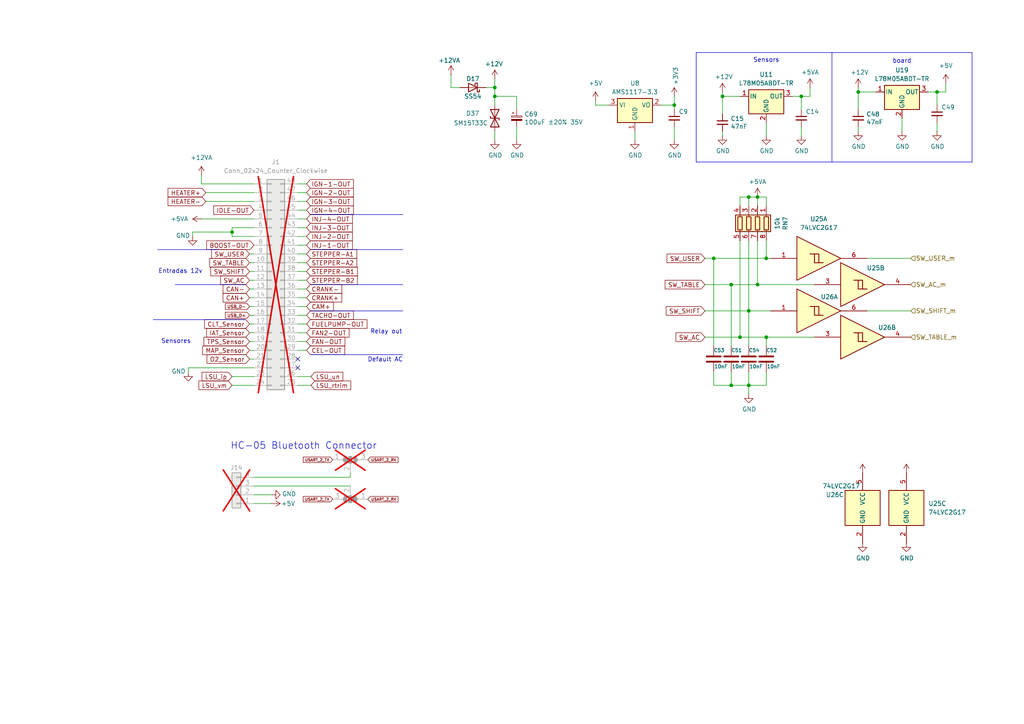
<source format=kicad_sch>
(kicad_sch (version 20241004) (generator "eeschema") (generator_version "8.99")
  (paper "A4")
  (title_block (title "μEFI (Speeduino FW compatible)") (date "2023-12-25") (rev "v6.1") (company "Churrosoft ®") (comment 1 "CERN-OHL-S-2.0 license"))
  (lib_symbols
    (symbol "+12VA_2" (power) (pin_numbers (hide yes)) (pin_names (offset 0) (hide yes))
      (property "Value" "+12VA" (at 0 3.556 0))
      (symbol "+12VA_2_1_1"
        (pin power_in line (at 0 0 90) (length 0) (name "~") (number "1"))
      )
    )
    (symbol "+5VA_2" (power) (pin_numbers (hide yes)) (pin_names (offset 0) (hide yes))
      (property "Value" "+5VA" (at 0 3.556 0))
      (symbol "+5VA_2_1_1"
        (pin power_in line (at 0 0 90) (length 0) (name "~") (number "1"))
      )
    )
    (symbol "+5V_1" (power) (pin_numbers (hide yes)) (pin_names (offset 0) (hide yes))
      (property "Value" "+5V" (at 0 3.556 0))
      (symbol "+5V_1_1_1"
        (pin power_in line (at 0 0 90) (length 0) (name "~") (number "1"))
      )
    )
    (symbol "+5V_2" (power) (pin_numbers (hide yes)) (pin_names (offset 0) (hide yes))
      (property "Value" "+5V" (at 0 3.556 0))
      (symbol "+5V_2_1_1"
        (pin power_in line (at 0 0 90) (length 0) (name "~") (number "1"))
      )
    )
    (symbol "74xGxx:74LVC2G17"
      (property "Reference" "U" (at -1.27 7.62 0))
      (property "Value" "74LVC2G17" (at 2.54 -7.62 0))
      (symbol "74LVC2G17_1_1"
        (pin input line (at -15.24 0 0) (length 7.62) (name "~") (number "1"))
        (pin output line (at 12.7 0 180) (length 7.62) (name "~") (number "6"))
      )
      (symbol "74LVC2G17_2_1"
        (pin input line (at -15.24 0 0) (length 7.62) (name "~") (number "3"))
        (pin output line (at 12.7 0 180) (length 7.62) (name "~") (number "4"))
      )
      (symbol "74LVC2G17_3_1"
        (pin power_in line (at 0 10.16 270) (length 5.08) (name "VCC") (number "5"))
        (pin power_in line (at 0 -10.16 90) (length 5.08) (name "GND") (number "2"))
      )
    )
    (symbol "Connector_Generic:Conn_01x04" (pin_names (offset 1.016) (hide yes))
      (property "Reference" "J" (at 0 5.08 0))
      (property "Value" "Conn_01x04" (at 0 -7.62 0))
      (symbol "Conn_01x04_1_1"
        (pin passive line (at -5.08 2.54 0) (length 3.81) (name "Pin_1") (number "1"))
        (pin passive line (at -5.08 0 0) (length 3.81) (name "Pin_2") (number "2"))
        (pin passive line (at -5.08 -2.54 0) (length 3.81) (name "Pin_3") (number "3"))
        (pin passive line (at -5.08 -5.08 0) (length 3.81) (name "Pin_4") (number "4"))
      )
    )
    (symbol "Connector_Generic:Conn_02x24_Counter_Clockwise" (pin_names (offset 1.016) (hide yes))
      (property "Reference" "J" (at 1.27 30.48 0))
      (property "Value" "Conn_02x24_Counter_Clockwise" (at 1.27 -33.02 0))
      (symbol "Conn_02x24_Counter_Clockwise_1_1"
        (pin passive line (at -5.08 27.94 0) (length 3.81) (name "Pin_1") (number "1"))
        (pin passive line (at -5.08 25.4 0) (length 3.81) (name "Pin_2") (number "2"))
        (pin passive line (at -5.08 22.86 0) (length 3.81) (name "Pin_3") (number "3"))
        (pin passive line (at -5.08 20.32 0) (length 3.81) (name "Pin_4") (number "4"))
        (pin passive line (at -5.08 17.78 0) (length 3.81) (name "Pin_5") (number "5"))
        (pin passive line (at -5.08 15.24 0) (length 3.81) (name "Pin_6") (number "6"))
        (pin passive line (at -5.08 12.7 0) (length 3.81) (name "Pin_7") (number "7"))
        (pin passive line (at -5.08 10.16 0) (length 3.81) (name "Pin_8") (number "8"))
        (pin passive line (at -5.08 7.62 0) (length 3.81) (name "Pin_9") (number "9"))
        (pin passive line (at -5.08 5.08 0) (length 3.81) (name "Pin_10") (number "10"))
        (pin passive line (at -5.08 2.54 0) (length 3.81) (name "Pin_11") (number "11"))
        (pin passive line (at -5.08 0 0) (length 3.81) (name "Pin_12") (number "12"))
        (pin passive line (at -5.08 -2.54 0) (length 3.81) (name "Pin_13") (number "13"))
        (pin passive line (at -5.08 -5.08 0) (length 3.81) (name "Pin_14") (number "14"))
        (pin passive line (at -5.08 -7.62 0) (length 3.81) (name "Pin_15") (number "15"))
        (pin passive line (at -5.08 -10.16 0) (length 3.81) (name "Pin_16") (number "16"))
        (pin passive line (at -5.08 -12.7 0) (length 3.81) (name "Pin_17") (number "17"))
        (pin passive line (at -5.08 -15.24 0) (length 3.81) (name "Pin_18") (number "18"))
        (pin passive line (at -5.08 -17.78 0) (length 3.81) (name "Pin_19") (number "19"))
        (pin passive line (at -5.08 -20.32 0) (length 3.81) (name "Pin_20") (number "20"))
        (pin passive line (at -5.08 -22.86 0) (length 3.81) (name "Pin_21") (number "21"))
        (pin passive line (at -5.08 -25.4 0) (length 3.81) (name "Pin_22") (number "22"))
        (pin passive line (at -5.08 -27.94 0) (length 3.81) (name "Pin_23") (number "23"))
        (pin passive line (at -5.08 -30.48 0) (length 3.81) (name "Pin_24") (number "24"))
        (pin passive line (at 7.62 27.94 180) (length 3.81) (name "Pin_48") (number "48"))
        (pin passive line (at 7.62 25.4 180) (length 3.81) (name "Pin_47") (number "47"))
        (pin passive line (at 7.62 22.86 180) (length 3.81) (name "Pin_46") (number "46"))
        (pin passive line (at 7.62 20.32 180) (length 3.81) (name "Pin_45") (number "45"))
        (pin passive line (at 7.62 17.78 180) (length 3.81) (name "Pin_44") (number "44"))
        (pin passive line (at 7.62 15.24 180) (length 3.81) (name "Pin_43") (number "43"))
        (pin passive line (at 7.62 12.7 180) (length 3.81) (name "Pin_42") (number "42"))
        (pin passive line (at 7.62 10.16 180) (length 3.81) (name "Pin_41") (number "41"))
        (pin passive line (at 7.62 7.62 180) (length 3.81) (name "Pin_40") (number "40"))
        (pin passive line (at 7.62 5.08 180) (length 3.81) (name "Pin_39") (number "39"))
        (pin passive line (at 7.62 2.54 180) (length 3.81) (name "Pin_38") (number "38"))
        (pin passive line (at 7.62 0 180) (length 3.81) (name "Pin_37") (number "37"))
        (pin passive line (at 7.62 -2.54 180) (length 3.81) (name "Pin_36") (number "36"))
        (pin passive line (at 7.62 -5.08 180) (length 3.81) (name "Pin_35") (number "35"))
        (pin passive line (at 7.62 -7.62 180) (length 3.81) (name "Pin_34") (number "34"))
        (pin passive line (at 7.62 -10.16 180) (length 3.81) (name "Pin_33") (number "33"))
        (pin passive line (at 7.62 -12.7 180) (length 3.81) (name "Pin_32") (number "32"))
        (pin passive line (at 7.62 -15.24 180) (length 3.81) (name "Pin_31") (number "31"))
        (pin passive line (at 7.62 -17.78 180) (length 3.81) (name "Pin_30") (number "30"))
        (pin passive line (at 7.62 -20.32 180) (length 3.81) (name "Pin_29") (number "29"))
        (pin passive line (at 7.62 -22.86 180) (length 3.81) (name "Pin_28") (number "28"))
        (pin passive line (at 7.62 -25.4 180) (length 3.81) (name "Pin_27") (number "27"))
        (pin passive line (at 7.62 -27.94 180) (length 3.81) (name "Pin_26") (number "26"))
        (pin passive line (at 7.62 -30.48 180) (length 3.81) (name "Pin_25") (number "25"))
      )
    )
    (symbol "Device:C" (pin_numbers (hide yes)) (pin_names (offset 0.254))
      (property "Reference" "C" (at 0.635 2.54 0))
      (property "Value" "C" (at 0.635 -2.54 0))
      (symbol "C_1_1"
        (pin passive line (at 0 3.81 270) (length 2.794) (name "~") (number "1"))
        (pin passive line (at 0 -3.81 90) (length 2.794) (name "~") (number "2"))
      )
    )
    (symbol "Device:C_Polarized_Small" (pin_numbers (hide yes)) (pin_names (offset 0.254) (hide yes))
      (property "Reference" "C" (at 0.254 1.778 0))
      (property "Value" "C_Polarized_Small" (at 0.254 -2.032 0))
      (symbol "C_Polarized_Small_1_1"
        (pin passive line (at 0 2.54 270) (length 1.8542) (name "~") (number "1"))
        (pin passive line (at 0 -2.54 90) (length 1.8542) (name "~") (number "2"))
      )
    )
    (symbol "Device:C_Small" (pin_numbers (hide yes)) (pin_names (offset 0.254) (hide yes))
      (property "Reference" "C" (at 0.254 1.778 0))
      (property "Value" "C_Small" (at 0.254 -2.032 0))
      (symbol "C_Small_1_1"
        (pin passive line (at 0 2.54 270) (length 2.032) (name "~") (number "1"))
        (pin passive line (at 0 -2.54 90) (length 2.032) (name "~") (number "2"))
      )
    )
    (symbol "Device:D_TVS" (pin_numbers (hide yes)) (pin_names (offset 1.016) (hide yes))
      (property "Reference" "D" (at 0 2.54 0))
      (property "Value" "D_TVS" (at 0 -2.54 0))
      (symbol "D_TVS_1_1"
        (pin passive line (at -3.81 0 0) (length 2.54) (name "A1") (number "1"))
        (pin passive line (at 3.81 0 180) (length 2.54) (name "A2") (number "2"))
      )
    )
    (symbol "Device:R_Pack04" (pin_names (offset 0) (hide yes))
      (property "Reference" "RN" (at -7.62 0 90))
      (property "Value" "R_Pack04" (at 5.08 0 90))
      (symbol "R_Pack04_1_1"
        (pin passive line (at -5.08 5.08 270) (length 2.54) (name "R1.2") (number "8"))
        (pin passive line (at -5.08 -5.08 90) (length 2.54) (name "R1.1") (number "1"))
        (pin passive line (at -2.54 5.08 270) (length 2.54) (name "R2.2") (number "7"))
        (pin passive line (at -2.54 -5.08 90) (length 2.54) (name "R2.1") (number "2"))
        (pin passive line (at 0 5.08 270) (length 2.54) (name "R3.2") (number "6"))
        (pin passive line (at 0 -5.08 90) (length 2.54) (name "R3.1") (number "3"))
        (pin passive line (at 2.54 5.08 270) (length 2.54) (name "R4.2") (number "5"))
        (pin passive line (at 2.54 -5.08 90) (length 2.54) (name "R4.1") (number "4"))
      )
    )
    (symbol "Diode:B340" (pin_numbers (hide yes)) (pin_names (offset 1.016) (hide yes))
      (property "Reference" "D" (at 0 2.54 0))
      (property "Value" "B340" (at 0 -2.54 0))
      (symbol "B340_1_1"
        (pin passive line (at -3.81 0 0) (length 2.54) (name "K") (number "1"))
        (pin passive line (at 3.81 0 180) (length 2.54) (name "A") (number "2"))
      )
    )
    (symbol "GND_1" (power) (pin_numbers (hide yes)) (pin_names (offset 0) (hide yes))
      (property "Value" "GND" (at 0 -3.81 0))
      (symbol "GND_1_1_1"
        (pin power_in line (at 0 0 270) (length 0) (name "~") (number "1"))
      )
    )
    (symbol "Jumper:SolderJumper_3_Bridged12" (pin_names (offset 0) (hide yes))
      (property "Reference" "JP" (at -2.54 -2.54 0))
      (property "Value" "SolderJumper_3_Bridged12" (at 0 2.794 0))
      (symbol "SolderJumper_3_Bridged12_1_1"
        (pin passive line (at -5.08 0 0) (length 2.54) (name "A") (number "1"))
        (pin passive line (at 0 -3.81 90) (length 2.54) (name "C") (number "2"))
        (pin passive line (at 5.08 0 180) (length 2.54) (name "B") (number "3"))
      )
    )
    (symbol "Regulator_Linear:AMS1117-3.3"
      (property "Reference" "U" (at -3.81 3.175 0))
      (property "Value" "AMS1117-3.3" (at 0 3.175 0))
      (symbol "AMS1117-3.3_1_1"
        (pin power_in line (at -7.62 0 0) (length 2.54) (name "VI") (number "3"))
        (pin power_in line (at 0 -7.62 90) (length 2.54) (name "GND") (number "1"))
        (pin power_out line (at 7.62 0 180) (length 2.54) (name "VO") (number "2"))
      )
    )
    (symbol "Regulator_Linear:L7805" (pin_names (offset 0.254))
      (property "Reference" "U" (at -3.81 3.175 0))
      (property "Value" "L7805" (at 0 3.175 0))
      (symbol "L7805_1_1"
        (pin power_in line (at -7.62 0 0) (length 2.54) (name "IN") (number "1"))
        (pin power_in line (at 0 -7.62 90) (length 2.54) (name "GND") (number "2"))
        (pin power_out line (at 7.62 0 180) (length 2.54) (name "OUT") (number "3"))
      )
    )
    (symbol "SolderJumper_3_Bridged12_1" (pin_names (offset 0) (hide yes))
      (property "Reference" "JP" (at -2.54 -2.54 0))
      (property "Value" "SolderJumper_3_Bridged12" (at 0 2.794 0))
      (symbol "SolderJumper_3_Bridged12_1_1_1"
        (pin passive line (at -5.08 0 0) (length 2.54) (name "A") (number "1"))
        (pin passive line (at 0 -3.81 90) (length 2.54) (name "C") (number "2"))
        (pin passive line (at 5.08 0 180) (length 2.54) (name "B") (number "3"))
      )
    )
    (symbol "power:+12V" (power) (pin_numbers (hide yes)) (pin_names (offset 0) (hide yes))
      (property "Value" "+12V" (at 0 3.556 0))
      (symbol "+12V_1_1"
        (pin power_in line (at 0 0 90) (length 0) (name "~") (number "1"))
      )
    )
    (symbol "power:+12VA" (power) (pin_numbers (hide yes)) (pin_names (offset 0) (hide yes))
      (property "Value" "+12VA" (at 0 3.556 0))
      (symbol "+12VA_1_1"
        (pin power_in line (at 0 0 90) (length 0) (name "~") (number "1"))
      )
    )
    (symbol "power:+3V3" (power) (pin_numbers (hide yes)) (pin_names (offset 0) (hide yes))
      (property "Value" "+3V3" (at 0 3.556 0))
      (symbol "+3V3_1_1"
        (pin power_in line (at 0 0 90) (length 0) (name "~") (number "1"))
      )
    )
    (symbol "power:+5V" (power) (pin_numbers (hide yes)) (pin_names (offset 0) (hide yes))
      (property "Value" "+5V" (at 0 3.556 0))
      (symbol "+5V_1_1"
        (pin power_in line (at 0 0 90) (length 0) (name "~") (number "1"))
      )
    )
    (symbol "power:+5VA" (power) (pin_numbers (hide yes)) (pin_names (offset 0) (hide yes))
      (property "Value" "+5VA" (at 0 3.556 0))
      (symbol "+5VA_1_1"
        (pin power_in line (at 0 0 90) (length 0) (name "~") (number "1"))
      )
    )
    (symbol "power:GND" (power) (pin_numbers (hide yes)) (pin_names (offset 0) (hide yes))
      (property "Value" "GND" (at 0 -3.81 0))
      (symbol "GND_1_1"
        (pin power_in line (at 0 0 270) (length 0) (name "~") (number "1"))
      )
    )
  )
  (text "Sensors" (at 222.25 17.526 0) (effects (font (size 1.27 1.27))))
  (text "HC-05 Bluetooth Connector" (at 66.802 130.556 0) (effects (font (size 1.9812 1.9812)) (justify left bottom)))
  (text "Relay out" (at 112.014 96.266 0) (effects (font (size 1.27 1.27))))
  (text "Sensores" (at 51.054 99.06 0) (effects (font (size 1.27 1.27))))
  (text "Default AC" (at 111.76 104.394 0) (effects (font (size 1.27 1.27))))
  (text "Entradas 12v" (at 52.324 78.74 0) (effects (font (size 1.27 1.27))))
  (text "board" (at 261.62 17.78 0) (effects (font (size 1.27 1.27))))
  (junction (at 212.09 111.76))
  (junction (at 195.58 30.48))
  (junction (at 248.92 26.67))
  (junction (at 214.63 97.79))
  (junction (at 219.71 57.15))
  (junction (at 219.71 82.55))
  (junction (at 209.55 27.94))
  (junction (at 222.25 74.93))
  (junction (at 217.17 90.17))
  (junction (at 143.51 27.94))
  (junction (at 271.78 26.67))
  (junction (at 217.17 111.76))
  (junction (at 207.01 74.93))
  (junction (at 232.41 27.94))
  (junction (at 143.51 25.4))
  (junction (at 222.25 97.79))
  (junction (at 212.09 82.55))
  (junction (at 67.31 67.31))
  (junction (at 217.17 57.15))
  (no_connect (at 86.36 106.68))
  (no_connect (at 86.36 104.14))
  (wire (pts (xy 264.16 90.17) (xy 251.46 90.17)))
  (wire (pts (xy 232.41 27.94) (xy 234.95 27.94)))
  (wire (pts (xy 248.92 26.67) (xy 254 26.67)))
  (wire (pts (xy 222.25 57.15) (xy 222.25 59.69)))
  (wire (pts (xy 88.9 83.82) (xy 86.36 83.82)))
  (wire (pts (xy 143.51 27.94) (xy 143.51 30.48)))
  (wire (pts (xy 88.9 88.9) (xy 86.36 88.9)))
  (wire (pts (xy 184.15 38.1) (xy 184.15 40.64)))
  (wire (pts (xy 217.17 57.15) (xy 217.17 59.69)))
  (wire (pts (xy 232.41 27.94) (xy 232.41 31.75)))
  (wire (pts (xy 219.71 57.15) (xy 222.25 57.15)))
  (wire (pts (xy 204.47 74.93) (xy 207.01 74.93)))
  (wire (pts (xy 143.51 22.86) (xy 143.51 25.4)))
  (polyline (pts (xy 116.84 102.87) (xy 90.17 102.87)))
  (polyline (pts (xy 116.84 90.17) (xy 90.17 90.17)))
  (wire (pts (xy 207.01 74.93) (xy 207.01 100.33)))
  (wire (pts (xy 149.86 36.83) (xy 149.86 40.64)))
  (wire (pts (xy 72.39 81.28) (xy 73.66 81.28)))
  (wire (pts (xy 72.39 88.9) (xy 73.66 88.9)))
  (wire (pts (xy 88.9 76.2) (xy 86.36 76.2)))
  (polyline (pts (xy 281.94 46.99) (xy 281.94 15.24)))
  (wire (pts (xy 78.74 143.51) (xy 73.66 143.51)))
  (wire (pts (xy 67.31 66.04) (xy 67.31 67.31)))
  (wire (pts (xy 219.71 69.85) (xy 219.71 82.55)))
  (wire (pts (xy 217.17 114.3) (xy 217.17 111.76)))
  (wire (pts (xy 207.01 107.95) (xy 207.01 111.76)))
  (polyline (pts (xy 241.3 46.99) (xy 281.94 46.99)))
  (wire (pts (xy 234.95 25.4) (xy 234.95 27.94)))
  (wire (pts (xy 261.62 34.29) (xy 261.62 38.1)))
  (wire (pts (xy 214.63 57.15) (xy 217.17 57.15)))
  (wire (pts (xy 130.81 21.59) (xy 130.81 25.4)))
  (wire (pts (xy 212.09 82.55) (xy 219.71 82.55)))
  (wire (pts (xy 217.17 69.85) (xy 217.17 90.17)))
  (wire (pts (xy 195.58 31.75) (xy 195.58 30.48)))
  (wire (pts (xy 88.9 58.42) (xy 86.36 58.42)))
  (wire (pts (xy 217.17 90.17) (xy 223.52 90.17)))
  (wire (pts (xy 72.39 93.98) (xy 73.66 93.98)))
  (wire (pts (xy 212.09 82.55) (xy 212.09 100.33)))
  (wire (pts (xy 248.92 36.83) (xy 248.92 38.1)))
  (wire (pts (xy 214.63 69.85) (xy 214.63 97.79)))
  (wire (pts (xy 72.39 73.66) (xy 73.66 73.66)))
  (wire (pts (xy 172.72 29.21) (xy 172.72 30.48)))
  (wire (pts (xy 232.41 36.83) (xy 232.41 39.37)))
  (wire (pts (xy 222.25 35.56) (xy 222.25 39.37)))
  (wire (pts (xy 88.9 91.44) (xy 86.36 91.44)))
  (wire (pts (xy 72.39 96.52) (xy 73.66 96.52)))
  (wire (pts (xy 88.9 99.06) (xy 86.36 99.06)))
  (wire (pts (xy 73.66 138.43) (xy 101.6 138.43)))
  (wire (pts (xy 222.25 74.93) (xy 223.52 74.93)))
  (wire (pts (xy 143.51 25.4) (xy 143.51 27.94)))
  (wire (pts (xy 72.39 78.74) (xy 73.66 78.74)))
  (wire (pts (xy 88.9 73.66) (xy 86.36 73.66)))
  (wire (pts (xy 217.17 57.15) (xy 219.71 57.15)))
  (wire (pts (xy 271.78 26.67) (xy 274.32 26.67)))
  (polyline (pts (xy 45.72 72.39) (xy 54.61 72.39)))
  (wire (pts (xy 55.88 68.58) (xy 55.88 67.31)))
  (wire (pts (xy 149.86 27.94) (xy 143.51 27.94)))
  (wire (pts (xy 229.87 27.94) (xy 232.41 27.94)))
  (wire (pts (xy 88.9 78.74) (xy 86.36 78.74)))
  (wire (pts (xy 207.01 111.76) (xy 212.09 111.76)))
  (wire (pts (xy 86.36 96.52) (xy 88.9 96.52)))
  (wire (pts (xy 59.69 55.88) (xy 73.66 55.88)))
  (wire (pts (xy 67.31 67.31) (xy 67.31 68.58)))
  (polyline (pts (xy 201.93 15.24) (xy 201.93 46.99)))
  (polyline (pts (xy 116.84 62.23) (xy 90.17 62.23)))
  (wire (pts (xy 195.58 27.94) (xy 195.58 30.48)))
  (wire (pts (xy 130.81 25.4) (xy 133.35 25.4)))
  (wire (pts (xy 72.39 101.6) (xy 73.66 101.6)))
  (wire (pts (xy 88.9 101.6) (xy 86.36 101.6)))
  (wire (pts (xy 88.9 71.12) (xy 86.36 71.12)))
  (wire (pts (xy 214.63 97.79) (xy 222.25 97.79)))
  (polyline (pts (xy 50.8 82.55) (xy 59.69 82.55)))
  (wire (pts (xy 195.58 36.83) (xy 195.58 40.64)))
  (wire (pts (xy 149.86 31.75) (xy 149.86 27.94)))
  (wire (pts (xy 88.9 63.5) (xy 86.36 63.5)))
  (wire (pts (xy 195.58 30.48) (xy 191.77 30.48)))
  (wire (pts (xy 54.61 107.95) (xy 54.61 106.68)))
  (wire (pts (xy 59.69 58.42) (xy 73.66 58.42)))
  (polyline (pts (xy 116.84 82.55) (xy 90.17 82.55)))
  (polyline (pts (xy 281.94 15.24) (xy 201.93 15.24)))
  (wire (pts (xy 88.9 55.88) (xy 86.36 55.88)))
  (wire (pts (xy 212.09 107.95) (xy 212.09 111.76)))
  (wire (pts (xy 209.55 27.94) (xy 209.55 33.02)))
  (polyline (pts (xy 71.12 92.71) (xy 44.45 92.71)))
  (wire (pts (xy 72.39 91.44) (xy 73.66 91.44)))
  (wire (pts (xy 274.32 24.13) (xy 274.32 26.67)))
  (wire (pts (xy 88.9 68.58) (xy 86.36 68.58)))
  (wire (pts (xy 72.39 76.2) (xy 73.66 76.2)))
  (wire (pts (xy 212.09 111.76) (xy 217.17 111.76)))
  (wire (pts (xy 55.88 67.31) (xy 67.31 67.31)))
  (wire (pts (xy 88.9 93.98) (xy 86.36 93.98)))
  (wire (pts (xy 101.6 137.16) (xy 101.6 138.43)))
  (wire (pts (xy 264.16 74.93) (xy 251.46 74.93)))
  (wire (pts (xy 217.17 107.95) (xy 217.17 111.76)))
  (wire (pts (xy 219.71 59.69) (xy 219.71 57.15)))
  (wire (pts (xy 78.74 146.05) (xy 73.66 146.05)))
  (wire (pts (xy 88.9 81.28) (xy 86.36 81.28)))
  (wire (pts (xy 222.25 69.85) (xy 222.25 74.93)))
  (wire (pts (xy 271.78 35.56) (xy 271.78 38.1)))
  (polyline (pts (xy 54.61 72.39) (xy 63.5 72.39)))
  (wire (pts (xy 172.72 30.48) (xy 176.53 30.48)))
  (wire (pts (xy 222.25 97.79) (xy 236.22 97.79)))
  (wire (pts (xy 219.71 82.55) (xy 236.22 82.55)))
  (wire (pts (xy 143.51 40.64) (xy 143.51 38.1)))
  (wire (pts (xy 269.24 26.67) (xy 271.78 26.67)))
  (wire (pts (xy 140.97 25.4) (xy 143.51 25.4)))
  (wire (pts (xy 209.55 26.67) (xy 209.55 27.94)))
  (wire (pts (xy 248.92 25.4) (xy 248.92 26.67)))
  (wire (pts (xy 67.31 68.58) (xy 73.66 68.58)))
  (wire (pts (xy 204.47 90.17) (xy 217.17 90.17)))
  (wire (pts (xy 88.9 60.96) (xy 86.36 60.96)))
  (wire (pts (xy 72.39 83.82) (xy 73.66 83.82)))
  (wire (pts (xy 214.63 59.69) (xy 214.63 57.15)))
  (wire (pts (xy 248.92 26.67) (xy 248.92 31.75)))
  (wire (pts (xy 204.47 82.55) (xy 212.09 82.55)))
  (wire (pts (xy 58.42 53.34) (xy 73.66 53.34)))
  (wire (pts (xy 90.17 109.22) (xy 86.36 109.22)))
  (wire (pts (xy 217.17 90.17) (xy 217.17 100.33)))
  (wire (pts (xy 72.39 86.36) (xy 73.66 86.36)))
  (wire (pts (xy 207.01 74.93) (xy 222.25 74.93)))
  (wire (pts (xy 54.61 106.68) (xy 73.66 106.68)))
  (wire (pts (xy 204.47 97.79) (xy 214.63 97.79)))
  (wire (pts (xy 88.9 86.36) (xy 86.36 86.36)))
  (wire (pts (xy 217.17 111.76) (xy 222.25 111.76)))
  (wire (pts (xy 222.25 111.76) (xy 222.25 107.95)))
  (wire (pts (xy 72.39 104.14) (xy 73.66 104.14)))
  (wire (pts (xy 58.42 63.5) (xy 73.66 63.5)))
  (wire (pts (xy 73.66 66.04) (xy 67.31 66.04)))
  (wire (pts (xy 67.31 109.22) (xy 73.66 109.22)))
  (wire (pts (xy 222.25 97.79) (xy 222.25 100.33)))
  (polyline (pts (xy 59.69 82.55) (xy 71.12 82.55)))
  (polyline (pts (xy 241.3 15.24) (xy 241.3 46.99)))
  (wire (pts (xy 67.31 111.76) (xy 73.66 111.76)))
  (wire (pts (xy 72.39 99.06) (xy 73.66 99.06)))
  (wire (pts (xy 88.9 66.04) (xy 86.36 66.04)))
  (wire (pts (xy 209.55 38.1) (xy 209.55 39.37)))
  (wire (pts (xy 271.78 26.67) (xy 271.78 30.48)))
  (wire (pts (xy 58.42 50.8) (xy 58.42 53.34)))
  (polyline (pts (xy 201.93 46.99) (xy 241.3 46.99)))
  (wire (pts (xy 88.9 53.34) (xy 86.36 53.34)))
  (wire (pts (xy 73.66 140.97) (xy 101.6 140.97)))
  (wire (pts (xy 90.17 111.76) (xy 86.36 111.76)))
  (wire (pts (xy 209.55 27.94) (xy 214.63 27.94)))
  (polyline (pts (xy 116.84 72.39) (xy 90.17 72.39)))
  (global_label "USB_D+" (shape input) (at 72.39 91.44 180) (effects (font (size 0.889 0.889))) (property "Intersheetrefs" "${INTERSHEET_REFS}" (effects (hide yes))))
  (global_label "USART_2_TX" (shape input) (at 96.52 133.35 180) (effects (font (size 0.8 0.8))) (property "Intersheetrefs" "${INTERSHEET_REFS}" (effects (hide yes))))
  (global_label "HEATER+" (shape input) (at 59.69 55.88 180) (property "Intersheetrefs" "${INTERSHEET_REFS}" (effects (hide yes))))
  (global_label "CEL-OUT" (shape input) (at 88.9 101.6 0) (property "Intersheetrefs" "${INTERSHEET_REFS}" (effects (hide yes))))
  (global_label "SW_AC" (shape input) (at 72.39 81.28 180) (property "Intersheetrefs" "${INTERSHEET_REFS}" (effects (hide yes))))
  (global_label "INJ-2-OUT" (shape input) (at 88.9 68.58 0) (property "Intersheetrefs" "${INTERSHEET_REFS}" (effects (hide yes))))
  (global_label "MAP_Sensor" (shape input) (at 72.39 101.6 180) (property "Intersheetrefs" "${INTERSHEET_REFS}" (effects (hide yes))))
  (global_label "SW_TABLE" (shape input) (at 72.39 76.2 180) (property "Intersheetrefs" "${INTERSHEET_REFS}" (effects (hide yes))))
  (global_label "SW_TABLE" (shape input) (at 204.47 82.55 180) (property "Intersheetrefs" "${INTERSHEET_REFS}" (effects (hide yes))))
  (global_label "STEPPER-A1" (shape input) (at 88.9 73.66 0) (property "Intersheetrefs" "${INTERSHEET_REFS}" (effects (hide yes))))
  (global_label "LSU_rtrim" (shape input) (at 90.17 111.76 0) (property "Intersheetrefs" "${INTERSHEET_REFS}" (effects (hide yes))))
  (global_label "SW_AC" (shape input) (at 204.47 97.79 180) (property "Intersheetrefs" "${INTERSHEET_REFS}" (effects (hide yes))))
  (global_label "CAN+" (shape input) (at 72.39 86.36 180) (property "Intersheetrefs" "${INTERSHEET_REFS}" (effects (hide yes))))
  (global_label "USART_2_RX" (shape input) (at 106.68 133.35 0) (effects (font (size 0.8 0.8))) (property "Intersheetrefs" "${INTERSHEET_REFS}" (effects (hide yes))))
  (global_label "IGN-1-OUT" (shape input) (at 88.9 53.34 0) (property "Intersheetrefs" "${INTERSHEET_REFS}" (effects (hide yes))))
  (global_label "SW_SHIFT" (shape input) (at 72.39 78.74 180) (property "Intersheetrefs" "${INTERSHEET_REFS}" (effects (hide yes))))
  (global_label "CAN-" (shape input) (at 72.39 83.82 180) (property "Intersheetrefs" "${INTERSHEET_REFS}" (effects (hide yes))))
  (global_label "SW_SHIFT" (shape input) (at 204.47 90.17 180) (property "Intersheetrefs" "${INTERSHEET_REFS}" (effects (hide yes))))
  (global_label "LSU_un" (shape input) (at 90.17 109.22 0) (property "Intersheetrefs" "${INTERSHEET_REFS}" (effects (hide yes))))
  (global_label "USB_D-" (shape input) (at 72.39 88.9 180) (effects (font (size 0.889 0.889))) (property "Intersheetrefs" "${INTERSHEET_REFS}" (effects (hide yes))))
  (global_label "CRANK+" (shape input) (at 88.9 86.36 0) (property "Intersheetrefs" "${INTERSHEET_REFS}" (effects (hide yes))))
  (global_label "STEPPER-A2" (shape input) (at 88.9 76.2 0) (property "Intersheetrefs" "${INTERSHEET_REFS}" (effects (hide yes))))
  (global_label "FUELPUMP-OUT" (shape input) (at 88.9 93.98 0) (property "Intersheetrefs" "${INTERSHEET_REFS}" (effects (hide yes))))
  (global_label "CAM+" (shape input) (at 88.9 88.9 0) (property "Intersheetrefs" "${INTERSHEET_REFS}" (effects (hide yes))))
  (global_label "TACHO-OUT" (shape input) (at 88.9 91.44 0) (property "Intersheetrefs" "${INTERSHEET_REFS}" (effects (hide yes))))
  (global_label "IGN-4-OUT" (shape input) (at 88.9 60.96 0) (property "Intersheetrefs" "${INTERSHEET_REFS}" (effects (hide yes))))
  (global_label "USART_2_TX" (shape input) (at 96.52 144.78 180) (effects (font (size 0.8 0.8))) (property "Intersheetrefs" "${INTERSHEET_REFS}" (effects (hide yes))))
  (global_label "TPS_Sensor" (shape input) (at 72.39 99.06 180) (property "Intersheetrefs" "${INTERSHEET_REFS}" (effects (hide yes))))
  (global_label "INJ-3-OUT" (shape input) (at 88.9 66.04 0) (property "Intersheetrefs" "${INTERSHEET_REFS}" (effects (hide yes))))
  (global_label "USART_2_RX" (shape input) (at 106.68 144.78 0) (effects (font (size 0.8 0.8))) (property "Intersheetrefs" "${INTERSHEET_REFS}" (effects (hide yes))))
  (global_label "HEATER-" (shape input) (at 59.69 58.42 180) (property "Intersheetrefs" "${INTERSHEET_REFS}" (effects (hide yes))))
  (global_label "IAT_Sensor" (shape input) (at 72.39 96.52 180) (property "Intersheetrefs" "${INTERSHEET_REFS}" (effects (hide yes))))
  (global_label "IGN-2-OUT" (shape input) (at 88.9 55.88 0) (property "Intersheetrefs" "${INTERSHEET_REFS}" (effects (hide yes))))
  (global_label "LSU_vm" (shape input) (at 67.31 111.76 180) (property "Intersheetrefs" "${INTERSHEET_REFS}" (effects (hide yes))))
  (global_label "STEPPER-B2" (shape input) (at 88.9 81.28 0) (property "Intersheetrefs" "${INTERSHEET_REFS}" (effects (hide yes))))
  (global_label "INJ-4-OUT" (shape input) (at 88.9 63.5 0) (property "Intersheetrefs" "${INTERSHEET_REFS}" (effects (hide yes))))
  (global_label "STEPPER-B1" (shape input) (at 88.9 78.74 0) (property "Intersheetrefs" "${INTERSHEET_REFS}" (effects (hide yes))))
  (global_label "SW_USER" (shape input) (at 204.47 74.93 180) (property "Intersheetrefs" "${INTERSHEET_REFS}" (effects (hide yes))))
  (global_label "LSU_ip" (shape input) (at 67.31 109.22 180) (property "Intersheetrefs" "${INTERSHEET_REFS}" (effects (hide yes))))
  (global_label "CRANK-" (shape input) (at 88.9 83.82 0) (property "Intersheetrefs" "${INTERSHEET_REFS}" (effects (hide yes))))
  (global_label "SW_USER" (shape input) (at 72.39 73.66 180) (property "Intersheetrefs" "${INTERSHEET_REFS}" (effects (hide yes))))
  (global_label "IGN-3-OUT" (shape input) (at 88.9 58.42 0) (property "Intersheetrefs" "${INTERSHEET_REFS}" (effects (hide yes))))
  (global_label "O2_Sensor" (shape input) (at 72.39 104.14 180) (property "Intersheetrefs" "${INTERSHEET_REFS}" (effects (hide yes))))
  (global_label "BOOST-OUT" (shape input) (at 73.66 71.12 180) (property "Intersheetrefs" "${INTERSHEET_REFS}" (effects (hide yes))))
  (global_label "FAN-OUT" (shape input) (at 88.9 99.06 0) (property "Intersheetrefs" "${INTERSHEET_REFS}" (effects (hide yes))))
  (global_label "CLT_Sensor" (shape input) (at 72.39 93.98 180) (property "Intersheetrefs" "${INTERSHEET_REFS}" (effects (hide yes))))
  (global_label "FAN2-OUT" (shape input) (at 88.9 96.52 0) (property "Intersheetrefs" "${INTERSHEET_REFS}" (effects (hide yes))))
  (global_label "IDLE-OUT" (shape input) (at 73.66 60.96 180) (property "Intersheetrefs" "${INTERSHEET_REFS}" (effects (hide yes))))
  (global_label "INJ-1-OUT" (shape input) (at 88.9 71.12 0) (property "Intersheetrefs" "${INTERSHEET_REFS}" (effects (hide yes))))
  (hierarchical_label "SW_AC_m" (shape input) (at 264.16 82.55 0))
  (hierarchical_label "SW_TABLE_m" (shape input) (at 264.16 97.79 0))
  (hierarchical_label "SW_SHIFT_m" (shape input) (at 264.16 90.17 0))
  (hierarchical_label "SW_USER_m" (shape input) (at 264.16 74.93 0))
  (symbol (lib_id "power:GND") (at 262.89 157.48 0) (unit 1)
    (property "Reference" "#PWR0125" (effects (hide yes)))
    (property "Value" "GND" (at 263.017 161.8742 0))
    (property "Description" "Power symbol creates a global label with name \"GND\" , ground" (effects (hide yes)))
  )
  (symbol (lib_id "74xGxx:74LVC2G17") (at 250.19 147.32 0) (unit 3)
    (property "Reference" "U26" (at 239.522 143.51 0) (effects (justify left)))
    (property "Value" "74LVC2G17" (at 238.506 140.97 0) (effects (justify left)))
    (property "Footprint" "Package_TO_SOT_SMD:SOT-363_SC-70-6" (effects (hide yes)))
    (property "Datasheet" "http://www.ti.com/lit/sg/scyt129e/scyt129e.pdf" (effects (hide yes)))
    (property "Description" "Dual Buffer, Schmitt Triggered, Low-Voltage CMOS" (effects (hide yes)))
  )
  (symbol (lib_id "Device:C_Polarized_Small") (at 149.86 34.29 0) (unit 1)
    (property "Reference" "C69" (at 152.0952 33.1216 0) (effects (justify left)))
    (property "Value" "100uF ±20% 35V" (at 152.0952 35.433 0) (effects (justify left)))
    (property "Footprint" "Capacitor_SMD:CP_Elec_6.3x7.7" (effects (hide yes)))
    (property "Description" "Polarized capacitor, small symbol" (effects (hide yes)))
    (property "LCSC" "C141427" (effects (hide yes)))
    (property "STOCK" "CAP-000179-00" (effects (hide yes)))
  )
  (symbol (lib_id "power:+12V") (at 209.55 26.67 0) (unit 1)
    (property "Reference" "#PWR036" (effects (hide yes)))
    (property "Value" "+12V" (at 209.931 22.2758 0))
    (property "Description" "Power symbol creates a global label with name \"+12V\"" (effects (hide yes)))
  )
  (symbol (lib_id "power:+5VA") (at 219.71 57.15 0) (unit 1)
    (property "Reference" "#PWR0158" (effects (hide yes)))
    (property "Value" "+5VA" (at 219.71 52.705 0))
    (property "Description" "Power symbol creates a global label with name \"+5VA\"" (effects (hide yes)))
  )
  (symbol (lib_id "power:GND") (at 184.15 40.64 0) (unit 1)
    (property "Reference" "#PWR0155" (effects (hide yes)))
    (property "Value" "GND" (at 184.277 45.0342 0))
    (property "Description" "Power symbol creates a global label with name \"GND\" , ground" (effects (hide yes)))
  )
  (symbol (lib_id "power:GND") (at 232.41 39.37 0) (unit 1)
    (property "Reference" "#PWR043" (effects (hide yes)))
    (property "Value" "GND" (at 232.537 43.7642 0))
    (property "Description" "Power symbol creates a global label with name \"GND\" , ground" (effects (hide yes)))
  )
  (symbol (lib_id "Device:C") (at 207.01 104.14 0) (unit 1)
    (property "Reference" "C53" (at 207.01 101.6 0) (effects (font (size 1.016 1.016)) (justify left)))
    (property "Value" "10nF" (at 207.1624 106.299 0) (effects (font (size 1.016 1.016)) (justify left)))
    (property "Footprint" "Capacitor_SMD:C_0603_1608Metric" (effects (hide yes)))
    (property "Part #" "C0603C103K1RACTU" (effects (hide yes)))
    (property "VEND" "DIGI" (effects (hide yes)))
    (property "VEND#" "399-3189-1-ND" (effects (hide yes)))
    (property "Manufacturer" "KEMET" (effects (hide yes)))
    (property "LCSC" "C57112" (effects (hide yes)))
  )
  (symbol (lib_id "Device:C_Small") (at 195.58 34.29 0) (unit 1)
    (property "Reference" "C9" (at 196.85 32.385 0) (effects (justify left)))
    (property "Value" "100nF" (effects (hide yes)))
    (property "Footprint" "Capacitor_SMD:C_0805_2012Metric" (effects (hide yes)))
    (property "LCSC" "C49678" (effects (hide yes)))
    (property "STOCK" "CAP-000175-00" (effects (hide yes)))
  )
  (symbol (lib_name "+12VA_2") (lib_id "power:+12VA") (at 58.42 50.8 0) (unit 1)
    (property "Reference" "#PWR039" (effects (hide yes)))
    (property "Value" "+12VA" (at 58.42 45.72 0))
    (property "Description" "Power symbol creates a global label with name \"+12VA\"" (effects (hide yes)))
  )
  (symbol (lib_id "74xGxx:74LVC2G17") (at 262.89 147.32 0) (unit 3)
    (property "Reference" "U25" (at 269.24 146.0499 0) (effects (justify left)))
    (property "Value" "74LVC2G17" (at 269.24 148.5899 0) (effects (justify left)))
    (property "Footprint" "Package_TO_SOT_SMD:SOT-363_SC-70-6" (effects (hide yes)))
    (property "Datasheet" "http://www.ti.com/lit/sg/scyt129e/scyt129e.pdf" (effects (hide yes)))
    (property "Description" "Dual Buffer, Schmitt Triggered, Low-Voltage CMOS" (effects (hide yes)))
  )
  (symbol (lib_id "Regulator_Linear:L7805") (at 222.25 27.94 0) (unit 1)
    (property "Reference" "U11" (at 222.25 21.59 0))
    (property "Value" "L78M05ABDT-TR" (at 222.25 24.13 0))
    (property "Footprint" "Package_TO_SOT_SMD:TO-252-2" (effects (hide yes)))
    (property "Datasheet" "http://www.st.com/content/ccc/resource/technical/document/datasheet/41/4f/b3/b0/12/d4/47/88/CD00000444.pdf/files/CD00000444.pdf/jcr:content/translations/en.CD00000444.pdf" (effects (hide yes)))
    (property "LCSC" "C58069" (effects (hide yes)))
    (property "STOCK" "PWR-000358-00" (effects (hide yes)))
  )
  (symbol (lib_id "power:+12V") (at 248.92 25.4 0) (unit 1)
    (property "Reference" "#PWR0142" (effects (hide yes)))
    (property "Value" "+12V" (at 249.301 21.0058 0))
    (property "Description" "Power symbol creates a global label with name \"+12V\"" (effects (hide yes)))
  )
  (symbol (lib_id "power:+5V") (at 274.32 24.13 0) (unit 1)
    (property "Reference" "#PWR0146" (effects (hide yes)))
    (property "Value" "+5V" (at 274.32 19.05 0))
    (property "Description" "Power symbol creates a global label with name \"+5V\"" (effects (hide yes)))
  )
  (symbol (lib_id "Device:C") (at 217.17 104.14 0) (unit 1)
    (property "Reference" "C54" (at 217.17 101.6 0) (effects (font (size 1.016 1.016)) (justify left)))
    (property "Value" "10nF" (at 217.3224 106.299 0) (effects (font (size 1.016 1.016)) (justify left)))
    (property "Footprint" "Capacitor_SMD:C_0603_1608Metric" (effects (hide yes)))
    (property "Part #" "C0603C103K1RACTU" (effects (hide yes)))
    (property "VEND" "DIGI" (effects (hide yes)))
    (property "VEND#" "399-3189-1-ND" (effects (hide yes)))
    (property "Manufacturer" "KEMET" (effects (hide yes)))
    (property "LCSC" "C57112" (effects (hide yes)))
  )
  (symbol (lib_id "power:GND") (at 149.86 40.64 0) (unit 1)
    (property "Reference" "#PWR0198" (effects (hide yes)))
    (property "Value" "GND" (at 149.987 45.0342 0))
    (property "Description" "Power symbol creates a global label with name \"GND\" , ground" (effects (hide yes)))
  )
  (symbol (lib_id "Device:C_Small") (at 271.78 33.02 0) (unit 1)
    (property "Reference" "C49" (at 273.05 31.115 0) (effects (justify left)))
    (property "Value" "100nF" (effects (hide yes)))
    (property "Footprint" "Capacitor_SMD:C_0805_2012Metric" (effects (hide yes)))
    (property "LCSC" "C49678" (effects (hide yes)))
    (property "STOCK" "CAP-000175-00" (effects (hide yes)))
  )
  (symbol (lib_id "Device:C") (at 212.09 104.14 0) (unit 1)
    (property "Reference" "C51" (at 212.09 101.6 0) (effects (font (size 1.016 1.016)) (justify left)))
    (property "Value" "10nF" (at 212.2424 106.299 0) (effects (font (size 1.016 1.016)) (justify left)))
    (property "Footprint" "Capacitor_SMD:C_0603_1608Metric" (effects (hide yes)))
    (property "Part #" "C0603C103K1RACTU" (effects (hide yes)))
    (property "VEND" "DIGI" (effects (hide yes)))
    (property "VEND#" "399-3189-1-ND" (effects (hide yes)))
    (property "Manufacturer" "KEMET" (effects (hide yes)))
    (property "LCSC" "C57112" (effects (hide yes)))
  )
  (symbol (lib_id "Device:R_Pack04") (at 217.17 64.77 180) (unit 1)
    (property "Reference" "RN7" (at 227.7618 64.77 90))
    (property "Value" "10k" (at 225.4504 64.77 90))
    (property "Footprint" "Resistor_SMD:R_Array_Convex_4x0603" (effects (hide yes)))
    (property "Description" "4 resistor network, parallel topology" (effects (hide yes)))
    (property "Part #" "YC164-JR-0710KL" (effects (hide yes)))
    (property "VEND#" "YC164J-10KCT-ND" (effects (hide yes)))
    (property "VEND" "DIGI" (effects (hide yes)))
    (property "Manufacturer" "Yageo" (effects (hide yes)))
    (property "LCSC" "C29718" (effects (hide yes)))
  )
  (symbol (lib_id "Device:C_Small") (at 248.92 34.29 0) (unit 1)
    (property "Reference" "C48" (at 251.2568 33.1216 0) (effects (justify left)))
    (property "Value" "47nF" (at 251.2568 35.433 0) (effects (justify left)))
    (property "Footprint" "Capacitor_SMD:C_0603_1608Metric" (effects (hide yes)))
    (property "LCSC" "C1622" (effects (hide yes)))
    (property "STOCK" "CAP-000326-00" (effects (hide yes)))
  )
  (symbol (lib_id "power:+3V3") (at 195.58 27.94 0) (unit 1)
    (property "Reference" "#PWR0171" (effects (hide yes)))
    (property "Value" "+3V3" (at 195.961 24.6888 90) (effects (justify left)))
    (property "Description" "Power symbol creates a global label with name \"+3V3\"" (effects (hide yes)))
  )
  (symbol (lib_name "+5VA_2") (lib_id "power:+5VA") (at 234.95 25.4 0) (unit 1)
    (property "Reference" "#PWR044" (effects (hide yes)))
    (property "Value" "+5VA" (at 234.95 20.955 0))
    (property "Description" "Power symbol creates a global label with name \"+5VA\"" (effects (hide yes)))
  )
  (symbol (lib_id "Device:D_TVS") (at 143.51 34.29 270) (unit 1)
    (property "Reference" "D37" (at 135.128 32.893 90) (effects (justify left)))
    (property "Value" "SM15T33C" (at 131.572 35.687 90) (effects (justify left)))
    (property "Footprint" "Diode_SMD:D_SMC" (effects (hide yes)))
    (property "LCSC" "C133707" (effects (hide yes)))
  )
  (symbol (lib_id "Jumper:SolderJumper_3_Bridged12") (at 101.6 133.35 0) (unit 1) (in_bom no) (dnp yes)
    (property "Reference" "JP9" (effects (hide yes)))
    (property "Value" "SolderJumper_3_Bridged12" (effects (hide yes)))
    (property "Footprint" "Jumper:SolderJumper-3_P1.3mm_Bridged2Bar12_Pad1.0x1.5mm" (effects (hide yes)))
    (property "Description" "3-pole Solder Jumper, pins 1+2 closed/bridged" (effects (hide yes)))
  )
  (symbol (lib_id "Regulator_Linear:AMS1117-3.3") (at 184.15 30.48 0) (unit 1)
    (property "Reference" "U8" (at 184.15 24.13 0))
    (property "Value" "AMS1117-3.3" (at 184.15 26.67 0))
    (property "Footprint" "Package_TO_SOT_SMD:SOT-223-3_TabPin2" (effects (hide yes)))
    (property "Datasheet" "http://www.advanced-monolithic.com/pdf/ds1117.pdf" (effects (hide yes)))
    (property "LCSC" "C2992570" (effects (hide yes)))
    (property "STOCK" "PWR-000102-00" (effects (hide yes)))
  )
  (symbol (lib_id "power:+3V3") (at 250.19 137.16 0) (unit 1)
    (property "Reference" "#PWR0147" (effects (hide yes)))
    (property "Value" "+3V3" (effects (hide yes)))
    (property "Description" "Power symbol creates a global label with name \"+3V3\"" (effects (hide yes)))
  )
  (symbol (lib_id "power:GND") (at 195.58 40.64 0) (unit 1)
    (property "Reference" "#PWR0172" (effects (hide yes)))
    (property "Value" "GND" (at 195.707 45.0342 0))
    (property "Description" "Power symbol creates a global label with name \"GND\" , ground" (effects (hide yes)))
  )
  (symbol (lib_id "power:GND") (at 143.51 40.64 0) (unit 1) (in_bom no)
    (property "Reference" "#PWR0196" (effects (hide yes)))
    (property "Value" "GND" (at 143.637 45.0342 0))
    (property "Description" "Power symbol creates a global label with name \"GND\" , ground" (effects (hide yes)))
  )
  (symbol (lib_id "power:GND") (at 261.62 38.1 0) (unit 1)
    (property "Reference" "#PWR0144" (effects (hide yes)))
    (property "Value" "GND" (at 261.747 42.4942 0))
    (property "Description" "Power symbol creates a global label with name \"GND\" , ground" (effects (hide yes)))
  )
  (symbol (lib_id "Device:C_Small") (at 209.55 35.56 0) (unit 1)
    (property "Reference" "C15" (at 211.8868 34.3916 0) (effects (justify left)))
    (property "Value" "47nF" (at 211.8868 36.703 0) (effects (justify left)))
    (property "Footprint" "Capacitor_SMD:C_0603_1608Metric" (effects (hide yes)))
    (property "LCSC" "C1622" (effects (hide yes)))
    (property "STOCK" "CAP-000326-00" (effects (hide yes)))
  )
  (symbol (lib_id "74xGxx:74LVC2G17") (at 251.46 82.55 0) (unit 2)
    (property "Reference" "U25" (at 254 77.724 0))
    (property "Value" "74LVC2G17" (effects (hide yes)))
    (property "Footprint" "Package_TO_SOT_SMD:SOT-363_SC-70-6" (effects (hide yes)))
    (property "Datasheet" "http://www.ti.com/lit/sg/scyt129e/scyt129e.pdf" (effects (hide yes)))
    (property "Description" "Dual Buffer, Schmitt Triggered, Low-Voltage CMOS" (effects (hide yes)))
  )
  (symbol (lib_id "power:GND") (at 217.17 114.3 0) (unit 1)
    (property "Reference" "#PWR0163" (effects (hide yes)))
    (property "Value" "GND" (at 217.297 118.6942 0))
    (property "Description" "Power symbol creates a global label with name \"GND\" , ground" (effects (hide yes)))
  )
  (symbol (lib_id "Connector_Generic:Conn_01x04") (at 68.58 143.51 180) (unit 1) (in_bom no) (dnp yes)
    (property "Reference" "J14" (at 68.58 135.636 0))
    (property "Value" "Conn_01x04" (effects (hide yes)))
    (property "Footprint" "Connector_PinHeader_2.54mm:PinHeader_1x04_P2.54mm_Vertical" (effects (hide yes)))
  )
  (symbol (lib_id "74xGxx:74LVC2G17") (at 238.76 74.93 0) (unit 1)
    (property "Reference" "U25" (at 237.49 63.5 0))
    (property "Value" "74LVC2G17" (at 237.49 66.04 0))
    (property "Footprint" "Package_TO_SOT_SMD:SOT-363_SC-70-6" (effects (hide yes)))
    (property "Datasheet" "http://www.ti.com/lit/sg/scyt129e/scyt129e.pdf" (effects (hide yes)))
    (property "Description" "Dual Buffer, Schmitt Triggered, Low-Voltage CMOS" (effects (hide yes)))
  )
  (symbol (lib_id "Connector_Generic:Conn_02x24_Counter_Clockwise") (at 78.74 81.28 0) (unit 1) (in_bom no) (dnp yes)
    (property "Reference" "J1" (at 80.01 46.99 0))
    (property "Value" "Conn_02x24_Counter_Clockwise" (at 80.01 49.53 0))
    (property "Footprint" "hw_v2lib:Molex_48p" (effects (hide yes)))
  )
  (symbol (lib_id "power:GND") (at 54.61 107.95 0) (unit 1)
    (property "Reference" "#PWR017" (effects (hide yes)))
    (property "Value" "GND" (at 53.848 107.696 0) (effects (justify right)))
    (property "Description" "Power symbol creates a global label with name \"GND\" , ground" (effects (hide yes)))
  )
  (symbol (lib_id "power:GND") (at 55.88 68.58 0) (unit 1)
    (property "Reference" "#PWR018" (effects (hide yes)))
    (property "Value" "GND" (at 55.118 68.326 0) (effects (justify right)))
    (property "Description" "Power symbol creates a global label with name \"GND\" , ground" (effects (hide yes)))
  )
  (symbol (lib_name "SolderJumper_3_Bridged12_1") (lib_id "Jumper:SolderJumper_3_Bridged12") (at 101.6 144.78 180) (unit 1) (in_bom no) (dnp yes)
    (property "Reference" "JP10" (effects (hide yes)))
    (property "Value" "SolderJumper_3_Bridged12" (effects (hide yes)))
    (property "Footprint" "Jumper:SolderJumper-3_P1.3mm_Bridged2Bar12_Pad1.0x1.5mm" (effects (hide yes)))
    (property "Description" "3-pole Solder Jumper, pins 1+2 closed/bridged" (effects (hide yes)))
  )
  (symbol (lib_id "power:GND") (at 271.78 38.1 0) (unit 1)
    (property "Reference" "#PWR0145" (effects (hide yes)))
    (property "Value" "GND" (at 271.907 42.4942 0))
    (property "Description" "Power symbol creates a global label with name \"GND\" , ground" (effects (hide yes)))
  )
  (symbol (lib_id "power:GND") (at 250.19 157.48 0) (unit 1)
    (property "Reference" "#PWR0124" (effects (hide yes)))
    (property "Value" "GND" (at 250.317 161.8742 0))
    (property "Description" "Power symbol creates a global label with name \"GND\" , ground" (effects (hide yes)))
  )
  (symbol (lib_id "power:+5VA") (at 58.42 63.5 90) (unit 1)
    (property "Reference" "#PWR016" (effects (hide yes)))
    (property "Value" "+5VA" (at 54.61 63.4999 90) (effects (justify left)))
    (property "Description" "Power symbol creates a global label with name \"+5VA\"" (effects (hide yes)))
  )
  (symbol (lib_id "Device:C") (at 222.25 104.14 0) (unit 1)
    (property "Reference" "C52" (at 222.25 101.6 0) (effects (font (size 1.016 1.016)) (justify left)))
    (property "Value" "10nF" (at 222.4024 106.299 0) (effects (font (size 1.016 1.016)) (justify left)))
    (property "Footprint" "Capacitor_SMD:C_0603_1608Metric" (effects (hide yes)))
    (property "Part #" "C0603C103K1RACTU" (effects (hide yes)))
    (property "VEND" "DIGI" (effects (hide yes)))
    (property "VEND#" "399-3189-1-ND" (effects (hide yes)))
    (property "Manufacturer" "KEMET" (effects (hide yes)))
    (property "LCSC" "C57112" (effects (hide yes)))
  )
  (symbol (lib_id "power:GND") (at 248.92 38.1 0) (unit 1)
    (property "Reference" "#PWR0143" (effects (hide yes)))
    (property "Value" "GND" (at 249.047 42.4942 0))
    (property "Description" "Power symbol creates a global label with name \"GND\" , ground" (effects (hide yes)))
  )
  (symbol (lib_id "power:GND") (at 222.25 39.37 0) (unit 1)
    (property "Reference" "#PWR042" (effects (hide yes)))
    (property "Value" "GND" (at 222.377 43.7642 0))
    (property "Description" "Power symbol creates a global label with name \"GND\" , ground" (effects (hide yes)))
  )
  (symbol (lib_id "power:+12V") (at 143.51 22.86 0) (unit 1)
    (property "Reference" "#PWR0197" (effects (hide yes)))
    (property "Value" "+12V" (at 143.256 18.542 0))
    (property "Description" "Power symbol creates a global label with name \"+12V\"" (effects (hide yes)))
  )
  (symbol (lib_name "+5V_2") (lib_id "power:+5V") (at 78.74 146.05 270) (unit 1)
    (property "Reference" "#PWR0162" (effects (hide yes)))
    (property "Value" "+5V" (at 81.534 146.05 90) (effects (justify left)))
    (property "Description" "Power symbol creates a global label with name \"+5V\"" (effects (hide yes)))
  )
  (symbol (lib_id "Diode:B340") (at 137.16 25.4 180) (unit 1)
    (property "Reference" "D17" (at 137.16 22.86 0))
    (property "Value" "SS54" (at 137.16 27.94 0))
    (property "Footprint" "Diode_SMD:D_SMA" (effects (hide yes)))
    (property "LCSC" "C22452" (effects (hide yes)))
  )
  (symbol (lib_id "power:+3V3") (at 262.89 137.16 0) (unit 1)
    (property "Reference" "#PWR0126" (effects (hide yes)))
    (property "Value" "+3V3" (effects (hide yes)))
    (property "Description" "Power symbol creates a global label with name \"+3V3\"" (effects (hide yes)))
  )
  (symbol (lib_name "+5V_1") (lib_id "power:+5V") (at 172.72 29.21 0) (unit 1)
    (property "Reference" "#PWR045" (effects (hide yes)))
    (property "Value" "+5V" (at 172.72 24.13 0))
    (property "Description" "Power symbol creates a global label with name \"+5V\"" (effects (hide yes)))
  )
  (symbol (lib_id "power:GND") (at 209.55 39.37 0) (unit 1)
    (property "Reference" "#PWR0141" (effects (hide yes)))
    (property "Value" "GND" (at 209.677 43.7642 0))
    (property "Description" "Power symbol creates a global label with name \"GND\" , ground" (effects (hide yes)))
  )
  (symbol (lib_id "Device:C_Small") (at 232.41 34.29 0) (unit 1)
    (property "Reference" "C14" (at 233.68 32.385 0) (effects (justify left)))
    (property "Value" "100nF" (effects (hide yes)))
    (property "Footprint" "Capacitor_SMD:C_0805_2012Metric" (effects (hide yes)))
    (property "LCSC" "C49678" (effects (hide yes)))
    (property "STOCK" "CAP-000175-00" (effects (hide yes)))
  )
  (symbol (lib_id "Regulator_Linear:L7805") (at 261.62 26.67 0) (unit 1)
    (property "Reference" "U19" (at 261.62 20.32 0))
    (property "Value" "L78M05ABDT-TR" (at 261.62 22.86 0))
    (property "Footprint" "Package_TO_SOT_SMD:TO-252-2" (effects (hide yes)))
    (property "Datasheet" "http://www.st.com/content/ccc/resource/technical/document/datasheet/41/4f/b3/b0/12/d4/47/88/CD00000444.pdf/files/CD00000444.pdf/jcr:content/translations/en.CD00000444.pdf" (effects (hide yes)))
    (property "LCSC" "C58069" (effects (hide yes)))
    (property "STOCK" "PWR-000358-00" (effects (hide yes)))
  )
  (symbol (lib_id "power:+12VA") (at 130.81 21.59 0) (unit 1)
    (property "Reference" "#PWR0199" (effects (hide yes)))
    (property "Value" "+12VA" (at 130.302 17.526 0))
    (property "Description" "Power symbol creates a global label with name \"+12VA\"" (effects (hide yes)))
  )
  (symbol (lib_id "74xGxx:74LVC2G17") (at 238.76 90.17 0) (unit 1)
    (property "Reference" "U26" (at 240.538 86.106 0))
    (property "Value" "74LVC2G17" (effects (hide yes)))
    (property "Footprint" "Package_TO_SOT_SMD:SOT-363_SC-70-6" (effects (hide yes)))
    (property "Datasheet" "http://www.ti.com/lit/sg/scyt129e/scyt129e.pdf" (effects (hide yes)))
    (property "Description" "Dual Buffer, Schmitt Triggered, Low-Voltage CMOS" (effects (hide yes)))
  )
  (symbol (lib_id "74xGxx:74LVC2G17") (at 251.46 97.79 0) (unit 2)
    (property "Reference" "U26" (at 257.302 94.996 0))
    (property "Value" "74LVC2G17" (effects (hide yes)))
    (property "Footprint" "Package_TO_SOT_SMD:SOT-363_SC-70-6" (effects (hide yes)))
    (property "Datasheet" "http://www.ti.com/lit/sg/scyt129e/scyt129e.pdf" (effects (hide yes)))
    (property "Description" "Dual Buffer, Schmitt Triggered, Low-Voltage CMOS" (effects (hide yes)))
  )
  (symbol (lib_name "GND_1") (lib_id "power:GND") (at 78.74 143.51 90) (unit 1)
    (property "Reference" "#PWR0159" (effects (hide yes)))
    (property "Value" "GND" (at 81.788 143.256 90) (effects (justify right)))
    (property "Description" "Power symbol creates a global label with name \"GND\" , ground" (effects (hide yes)))
  )
)
</source>
